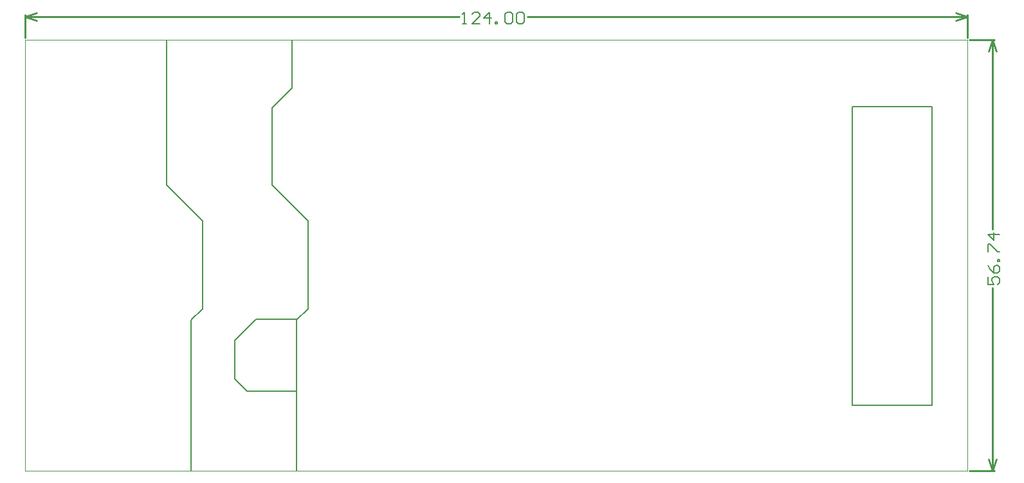
<source format=gm1>
G04*
G04 #@! TF.GenerationSoftware,Altium Limited,Altium Designer,18.1.9 (240)*
G04*
G04 Layer_Color=16711935*
%FSAX25Y25*%
%MOIN*%
G70*
G01*
G75*
%ADD12C,0.00787*%
%ADD89C,0.01000*%
%ADD121C,0.00300*%
%ADD122C,0.00600*%
D12*
X0521700Y0297231D02*
X0562982D01*
X0521700Y0142228D02*
Y0297231D01*
Y0142228D02*
X0563097D01*
X0563097Y0297231D02*
X0563097Y0142228D01*
X0231294Y0307105D02*
Y0332025D01*
X0221058Y0296869D02*
X0231294Y0307105D01*
X0208069Y0149591D02*
X0233263D01*
X0201767Y0155892D02*
X0208069Y0149591D01*
X0201767Y0155892D02*
Y0175969D01*
X0212721Y0186923D01*
X0233895D01*
X0221058Y0256698D02*
Y0296869D01*
Y0256698D02*
X0239562Y0238195D01*
Y0192532D02*
Y0238195D01*
X0233657Y0186627D02*
X0239562Y0192532D01*
X0233657Y0108525D02*
Y0186627D01*
X0178932Y0108525D02*
Y0186627D01*
X0184838Y0192532D01*
Y0238195D01*
X0166334Y0256698D02*
X0184838Y0238195D01*
X0166334Y0256698D02*
Y0332025D01*
D89*
X0093106Y0344079D02*
X0099106Y0346079D01*
X0093106Y0344079D02*
X0099106Y0342079D01*
X0575278D02*
X0581278Y0344079D01*
X0575278Y0346079D02*
X0581278Y0344079D01*
X0093106D02*
X0317997D01*
X0353187D02*
X0581278D01*
X0093106Y0333075D02*
Y0345079D01*
X0581278Y0333075D02*
Y0345079D01*
X0594287Y0331925D02*
X0596287Y0325925D01*
X0592287D02*
X0594287Y0331925D01*
X0592287Y0114525D02*
X0594287Y0108525D01*
X0596287Y0114525D01*
X0594287Y0233721D02*
Y0331925D01*
Y0108525D02*
Y0203530D01*
X0582428Y0331925D02*
X0595287D01*
X0582428Y0108525D02*
X0595287D01*
D121*
X0093106Y0331925D02*
X0093106Y0108525D01*
X0093106Y0331925D02*
X0581278D01*
Y0108525D02*
Y0331925D01*
X0093106Y0108525D02*
X0581278D01*
D122*
X0319597Y0340480D02*
X0321596D01*
X0320597D01*
Y0346478D01*
X0319597Y0345478D01*
X0328594Y0340480D02*
X0324595D01*
X0328594Y0344478D01*
Y0345478D01*
X0327594Y0346478D01*
X0325595D01*
X0324595Y0345478D01*
X0333592Y0340480D02*
Y0346478D01*
X0330593Y0343479D01*
X0334592D01*
X0336591Y0340480D02*
Y0341479D01*
X0337591D01*
Y0340480D01*
X0336591D01*
X0341590Y0345478D02*
X0342589Y0346478D01*
X0344589D01*
X0345588Y0345478D01*
Y0341479D01*
X0344589Y0340480D01*
X0342589D01*
X0341590Y0341479D01*
Y0345478D01*
X0347588D02*
X0348587Y0346478D01*
X0350587D01*
X0351587Y0345478D01*
Y0341479D01*
X0350587Y0340480D01*
X0348587D01*
X0347588Y0341479D01*
Y0345478D01*
X0591888Y0209128D02*
Y0205130D01*
X0594887D01*
X0593887Y0207129D01*
Y0208129D01*
X0594887Y0209128D01*
X0596886D01*
X0597886Y0208129D01*
Y0206129D01*
X0596886Y0205130D01*
X0591888Y0215126D02*
X0592887Y0213127D01*
X0594887Y0211128D01*
X0596886D01*
X0597886Y0212127D01*
Y0214127D01*
X0596886Y0215126D01*
X0595886D01*
X0594887Y0214127D01*
Y0211128D01*
X0597886Y0217126D02*
X0596886D01*
Y0218125D01*
X0597886D01*
Y0217126D01*
X0591888Y0222124D02*
Y0226123D01*
X0592887D01*
X0596886Y0222124D01*
X0597886D01*
Y0231121D02*
X0591888D01*
X0594887Y0228122D01*
Y0232121D01*
M02*

</source>
